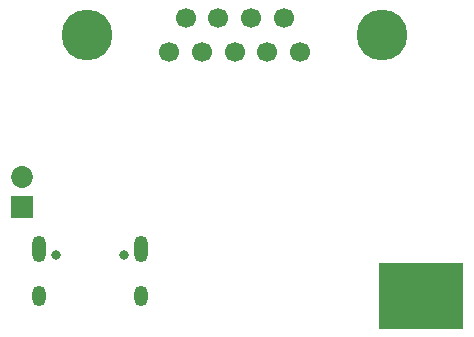
<source format=gbs>
G04*
G04 #@! TF.GenerationSoftware,Altium Limited,Altium Designer,21.9.2 (33)*
G04*
G04 Layer_Color=16711935*
%FSLAX25Y25*%
%MOIN*%
G70*
G04*
G04 #@! TF.SameCoordinates,B3B583D4-C640-4B2B-ADA5-D9C5F36933B9*
G04*
G04*
G04 #@! TF.FilePolarity,Negative*
G04*
G01*
G75*
%ADD49C,0.07293*%
%ADD50R,0.07293X0.07293*%
%ADD51C,0.16929*%
%ADD52C,0.06693*%
%ADD53O,0.04537X0.06899*%
%ADD54O,0.04537X0.08868*%
%ADD55C,0.03159*%
%ADD66R,0.28000X0.22000*%
D49*
X288500Y415000D02*
D03*
D50*
Y405000D02*
D03*
D51*
X408500Y462500D02*
D03*
X310073D02*
D03*
D52*
X342929Y468091D02*
D03*
X353833D02*
D03*
X364740D02*
D03*
X375644D02*
D03*
X337476Y456911D02*
D03*
X348380D02*
D03*
X359287D02*
D03*
X370191D02*
D03*
X381098D02*
D03*
D53*
X328055Y375500D02*
D03*
X294000D02*
D03*
D54*
Y391248D02*
D03*
X328055D02*
D03*
D55*
X322406Y389280D02*
D03*
X299650D02*
D03*
D66*
X421500Y375500D02*
D03*
M02*

</source>
